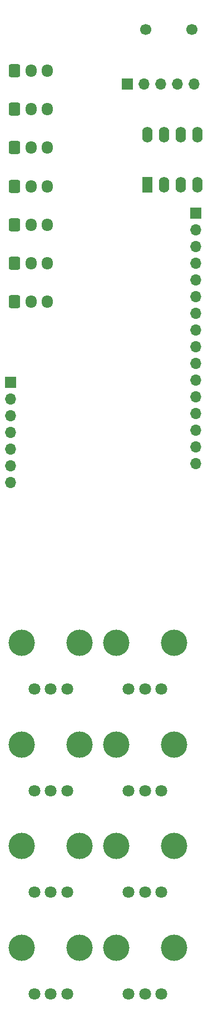
<source format=gbr>
%TF.GenerationSoftware,KiCad,Pcbnew,8.0.8*%
%TF.CreationDate,2025-03-24T10:48:51+01:00*%
%TF.ProjectId,Unit,556e6974-2e6b-4696-9361-645f70636258,rev?*%
%TF.SameCoordinates,Original*%
%TF.FileFunction,Soldermask,Bot*%
%TF.FilePolarity,Negative*%
%FSLAX46Y46*%
G04 Gerber Fmt 4.6, Leading zero omitted, Abs format (unit mm)*
G04 Created by KiCad (PCBNEW 8.0.8) date 2025-03-24 10:48:51*
%MOMM*%
%LPD*%
G01*
G04 APERTURE LIST*
G04 Aperture macros list*
%AMRoundRect*
0 Rectangle with rounded corners*
0 $1 Rounding radius*
0 $2 $3 $4 $5 $6 $7 $8 $9 X,Y pos of 4 corners*
0 Add a 4 corners polygon primitive as box body*
4,1,4,$2,$3,$4,$5,$6,$7,$8,$9,$2,$3,0*
0 Add four circle primitives for the rounded corners*
1,1,$1+$1,$2,$3*
1,1,$1+$1,$4,$5*
1,1,$1+$1,$6,$7*
1,1,$1+$1,$8,$9*
0 Add four rect primitives between the rounded corners*
20,1,$1+$1,$2,$3,$4,$5,0*
20,1,$1+$1,$4,$5,$6,$7,0*
20,1,$1+$1,$6,$7,$8,$9,0*
20,1,$1+$1,$8,$9,$2,$3,0*%
G04 Aperture macros list end*
%ADD10C,4.000000*%
%ADD11C,1.800000*%
%ADD12RoundRect,0.250000X-0.600000X-0.725000X0.600000X-0.725000X0.600000X0.725000X-0.600000X0.725000X0*%
%ADD13O,1.700000X1.950000*%
%ADD14C,1.700000*%
%ADD15R,1.700000X1.700000*%
%ADD16O,1.700000X1.700000*%
%ADD17R,1.600000X2.400000*%
%ADD18O,1.600000X2.400000*%
G04 APERTURE END LIST*
D10*
%TO.C,RV5*%
X137527537Y-130230000D03*
X146327537Y-130230000D03*
D11*
X144427537Y-137230000D03*
X141927537Y-137230000D03*
X139427537Y-137230000D03*
%TD*%
D12*
%TO.C,J10*%
X136427537Y-51130000D03*
D13*
X138927537Y-51130000D03*
X141427537Y-51130000D03*
%TD*%
D12*
%TO.C,J9*%
X136427537Y-45280000D03*
D13*
X138927537Y-45280000D03*
X141427537Y-45280000D03*
%TD*%
D12*
%TO.C,J12*%
X136427537Y-62830000D03*
D13*
X138927537Y-62830000D03*
X141427537Y-62830000D03*
%TD*%
D12*
%TO.C,J8*%
X136427537Y-39430000D03*
D13*
X138927537Y-39430000D03*
X141427537Y-39430000D03*
%TD*%
D14*
%TO.C,J14*%
X163369873Y-21480000D03*
X156369873Y-21480000D03*
%TD*%
D15*
%TO.C,J4*%
X153599873Y-29780000D03*
D16*
X156139873Y-29780000D03*
X158679873Y-29780000D03*
X161219873Y-29780000D03*
X163759873Y-29780000D03*
%TD*%
D10*
%TO.C,RV1*%
X137527537Y-161130000D03*
X146327537Y-161130000D03*
D11*
X144427537Y-168130000D03*
X141927537Y-168130000D03*
X139427537Y-168130000D03*
%TD*%
D12*
%TO.C,J11*%
X136427537Y-56980000D03*
D13*
X138927537Y-56980000D03*
X141427537Y-56980000D03*
%TD*%
D10*
%TO.C,RV4*%
X151877537Y-145680000D03*
X160677537Y-145680000D03*
D11*
X158777537Y-152680000D03*
X156277537Y-152680000D03*
X153777537Y-152680000D03*
%TD*%
D10*
%TO.C,RV8*%
X151877537Y-114780000D03*
X160677537Y-114780000D03*
D11*
X158777537Y-121780000D03*
X156277537Y-121780000D03*
X153777537Y-121780000D03*
%TD*%
D10*
%TO.C,RV2*%
X151877537Y-161130000D03*
X160677537Y-161130000D03*
D11*
X158777537Y-168130000D03*
X156277537Y-168130000D03*
X153777537Y-168130000D03*
%TD*%
D10*
%TO.C,RV7*%
X137527537Y-114780000D03*
X146327537Y-114780000D03*
D11*
X144427537Y-121780000D03*
X141927537Y-121780000D03*
X139427537Y-121780000D03*
%TD*%
D12*
%TO.C,J6*%
X136427537Y-27730000D03*
D13*
X138927537Y-27730000D03*
X141427537Y-27730000D03*
%TD*%
D17*
%TO.C,U4*%
X156669873Y-45105000D03*
D18*
X159209873Y-45105000D03*
X161749873Y-45105000D03*
X164289873Y-45105000D03*
X164289873Y-37485000D03*
X161749873Y-37485000D03*
X159209873Y-37485000D03*
X156669873Y-37485000D03*
%TD*%
D16*
%TO.C,J1*%
X164000000Y-51960000D03*
D15*
X164000000Y-49420000D03*
D16*
X164000000Y-54500000D03*
X164000000Y-57040000D03*
X164000000Y-69740000D03*
X164000000Y-59580000D03*
X164000000Y-62120000D03*
X164000000Y-64660000D03*
X164000000Y-77360000D03*
X164000000Y-74820000D03*
X164000000Y-67200000D03*
X164000000Y-79900000D03*
X164000000Y-72280000D03*
X164000000Y-82440000D03*
X164000000Y-84980000D03*
X164000000Y-87520000D03*
%TD*%
D10*
%TO.C,RV3*%
X137527537Y-145680000D03*
X146327537Y-145680000D03*
D11*
X144427537Y-152680000D03*
X141927537Y-152680000D03*
X139427537Y-152680000D03*
%TD*%
D10*
%TO.C,RV6*%
X151877537Y-130230000D03*
X160677537Y-130230000D03*
D11*
X158777537Y-137230000D03*
X156277537Y-137230000D03*
X153777537Y-137230000D03*
%TD*%
D12*
%TO.C,J7*%
X136427537Y-33580000D03*
D13*
X138927537Y-33580000D03*
X141427537Y-33580000D03*
%TD*%
D15*
%TO.C,J5*%
X135800000Y-75100000D03*
D16*
X135800000Y-77640000D03*
X135800000Y-80180000D03*
X135800000Y-82720000D03*
X135800000Y-85260000D03*
X135800000Y-87800000D03*
X135800000Y-90340000D03*
%TD*%
M02*

</source>
